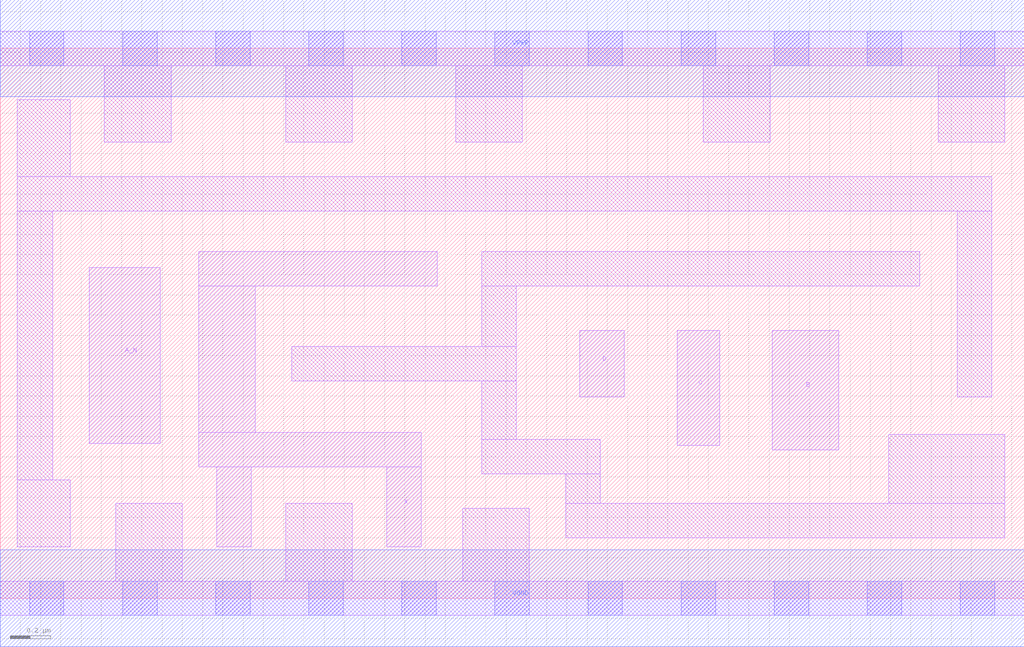
<source format=lef>
# Copyright 2020 The SkyWater PDK Authors
#
# Licensed under the Apache License, Version 2.0 (the "License");
# you may not use this file except in compliance with the License.
# You may obtain a copy of the License at
#
#     https://www.apache.org/licenses/LICENSE-2.0
#
# Unless required by applicable law or agreed to in writing, software
# distributed under the License is distributed on an "AS IS" BASIS,
# WITHOUT WARRANTIES OR CONDITIONS OF ANY KIND, either express or implied.
# See the License for the specific language governing permissions and
# limitations under the License.
#
# SPDX-License-Identifier: Apache-2.0

VERSION 5.7 ;
  NAMESCASESENSITIVE ON ;
  NOWIREEXTENSIONATPIN ON ;
  DIVIDERCHAR "/" ;
  BUSBITCHARS "[]" ;
UNITS
  DATABASE MICRONS 200 ;
END UNITS
MACRO sky130_fd_sc_hd__and4b_4
  CLASS CORE ;
  SOURCE USER ;
  FOREIGN sky130_fd_sc_hd__and4b_4 ;
  ORIGIN  0.000000  0.000000 ;
  SIZE  5.060000 BY  2.720000 ;
  SYMMETRY X Y R90 ;
  SITE unithd ;
  PIN A_N
    ANTENNAGATEAREA  0.126000 ;
    DIRECTION INPUT ;
    USE SIGNAL ;
    PORT
      LAYER li1 ;
        RECT 0.440000 0.765000 0.790000 1.635000 ;
    END
  END A_N
  PIN B
    ANTENNAGATEAREA  0.247500 ;
    DIRECTION INPUT ;
    USE SIGNAL ;
    PORT
      LAYER li1 ;
        RECT 3.815000 0.735000 4.145000 1.325000 ;
    END
  END B
  PIN C
    ANTENNAGATEAREA  0.247500 ;
    DIRECTION INPUT ;
    USE SIGNAL ;
    PORT
      LAYER li1 ;
        RECT 3.345000 0.755000 3.555000 1.325000 ;
    END
  END C
  PIN D
    ANTENNAGATEAREA  0.247500 ;
    DIRECTION INPUT ;
    USE SIGNAL ;
    PORT
      LAYER li1 ;
        RECT 2.865000 0.995000 3.085000 1.325000 ;
    END
  END D
  PIN X
    ANTENNADIFFAREA  0.891000 ;
    DIRECTION OUTPUT ;
    USE SIGNAL ;
    PORT
      LAYER li1 ;
        RECT 0.980000 0.650000 2.080000 0.820000 ;
        RECT 0.980000 0.820000 1.260000 1.545000 ;
        RECT 0.980000 1.545000 2.160000 1.715000 ;
        RECT 1.070000 0.255000 1.240000 0.650000 ;
        RECT 1.910000 0.255000 2.080000 0.650000 ;
    END
  END X
  PIN VGND
    DIRECTION INOUT ;
    SHAPE ABUTMENT ;
    USE GROUND ;
    PORT
      LAYER met1 ;
        RECT 0.000000 -0.240000 5.060000 0.240000 ;
    END
  END VGND
  PIN VPWR
    DIRECTION INOUT ;
    SHAPE ABUTMENT ;
    USE POWER ;
    PORT
      LAYER met1 ;
        RECT 0.000000 2.480000 5.060000 2.960000 ;
    END
  END VPWR
  OBS
    LAYER li1 ;
      RECT 0.000000 -0.085000 5.060000 0.085000 ;
      RECT 0.000000  2.635000 5.060000 2.805000 ;
      RECT 0.085000  0.255000 0.345000 0.585000 ;
      RECT 0.085000  0.585000 0.260000 1.915000 ;
      RECT 0.085000  1.915000 4.900000 2.085000 ;
      RECT 0.085000  2.085000 0.345000 2.465000 ;
      RECT 0.515000  2.255000 0.845000 2.635000 ;
      RECT 0.570000  0.085000 0.900000 0.470000 ;
      RECT 1.410000  0.085000 1.740000 0.470000 ;
      RECT 1.410000  2.255000 1.740000 2.635000 ;
      RECT 1.440000  1.075000 2.550000 1.245000 ;
      RECT 2.250000  2.255000 2.580000 2.635000 ;
      RECT 2.285000  0.085000 2.615000 0.445000 ;
      RECT 2.380000  0.615000 2.965000 0.785000 ;
      RECT 2.380000  0.785000 2.550000 1.075000 ;
      RECT 2.380000  1.245000 2.550000 1.545000 ;
      RECT 2.380000  1.545000 4.545000 1.715000 ;
      RECT 2.795000  0.300000 4.965000 0.470000 ;
      RECT 2.795000  0.470000 2.965000 0.615000 ;
      RECT 3.475000  2.255000 3.805000 2.635000 ;
      RECT 4.390000  0.470000 4.965000 0.810000 ;
      RECT 4.635000  2.255000 4.965000 2.635000 ;
      RECT 4.730000  0.995000 4.900000 1.915000 ;
    LAYER mcon ;
      RECT 0.145000 -0.085000 0.315000 0.085000 ;
      RECT 0.145000  2.635000 0.315000 2.805000 ;
      RECT 0.605000 -0.085000 0.775000 0.085000 ;
      RECT 0.605000  2.635000 0.775000 2.805000 ;
      RECT 1.065000 -0.085000 1.235000 0.085000 ;
      RECT 1.065000  2.635000 1.235000 2.805000 ;
      RECT 1.525000 -0.085000 1.695000 0.085000 ;
      RECT 1.525000  2.635000 1.695000 2.805000 ;
      RECT 1.985000 -0.085000 2.155000 0.085000 ;
      RECT 1.985000  2.635000 2.155000 2.805000 ;
      RECT 2.445000 -0.085000 2.615000 0.085000 ;
      RECT 2.445000  2.635000 2.615000 2.805000 ;
      RECT 2.905000 -0.085000 3.075000 0.085000 ;
      RECT 2.905000  2.635000 3.075000 2.805000 ;
      RECT 3.365000 -0.085000 3.535000 0.085000 ;
      RECT 3.365000  2.635000 3.535000 2.805000 ;
      RECT 3.825000 -0.085000 3.995000 0.085000 ;
      RECT 3.825000  2.635000 3.995000 2.805000 ;
      RECT 4.285000 -0.085000 4.455000 0.085000 ;
      RECT 4.285000  2.635000 4.455000 2.805000 ;
      RECT 4.745000 -0.085000 4.915000 0.085000 ;
      RECT 4.745000  2.635000 4.915000 2.805000 ;
  END
END sky130_fd_sc_hd__and4b_4

</source>
